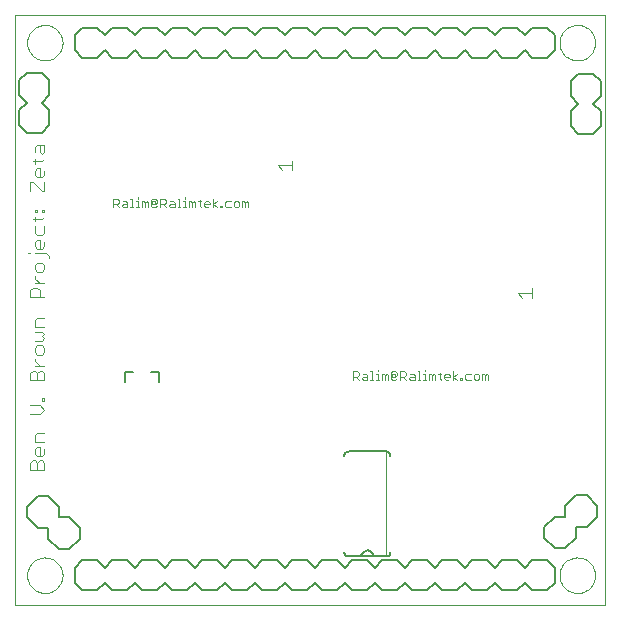
<source format=gto>
G75*
%MOIN*%
%OFA0B0*%
%FSLAX24Y24*%
%IPPOS*%
%LPD*%
%AMOC8*
5,1,8,0,0,1.08239X$1,22.5*
%
%ADD10C,0.0000*%
%ADD11C,0.0040*%
%ADD12C,0.0030*%
%ADD13C,0.0080*%
%ADD14C,0.0060*%
%ADD15C,0.0020*%
D10*
X000100Y000100D02*
X000100Y019785D01*
X019785Y019785D01*
X019785Y000100D01*
X000100Y000100D01*
X000509Y001100D02*
X000511Y001148D01*
X000517Y001196D01*
X000527Y001243D01*
X000540Y001289D01*
X000558Y001334D01*
X000578Y001378D01*
X000603Y001420D01*
X000631Y001459D01*
X000661Y001496D01*
X000695Y001530D01*
X000732Y001562D01*
X000770Y001591D01*
X000811Y001616D01*
X000854Y001638D01*
X000899Y001656D01*
X000945Y001670D01*
X000992Y001681D01*
X001040Y001688D01*
X001088Y001691D01*
X001136Y001690D01*
X001184Y001685D01*
X001232Y001676D01*
X001278Y001664D01*
X001323Y001647D01*
X001367Y001627D01*
X001409Y001604D01*
X001449Y001577D01*
X001487Y001547D01*
X001522Y001514D01*
X001554Y001478D01*
X001584Y001440D01*
X001610Y001399D01*
X001632Y001356D01*
X001652Y001312D01*
X001667Y001267D01*
X001679Y001220D01*
X001687Y001172D01*
X001691Y001124D01*
X001691Y001076D01*
X001687Y001028D01*
X001679Y000980D01*
X001667Y000933D01*
X001652Y000888D01*
X001632Y000844D01*
X001610Y000801D01*
X001584Y000760D01*
X001554Y000722D01*
X001522Y000686D01*
X001487Y000653D01*
X001449Y000623D01*
X001409Y000596D01*
X001367Y000573D01*
X001323Y000553D01*
X001278Y000536D01*
X001232Y000524D01*
X001184Y000515D01*
X001136Y000510D01*
X001088Y000509D01*
X001040Y000512D01*
X000992Y000519D01*
X000945Y000530D01*
X000899Y000544D01*
X000854Y000562D01*
X000811Y000584D01*
X000770Y000609D01*
X000732Y000638D01*
X000695Y000670D01*
X000661Y000704D01*
X000631Y000741D01*
X000603Y000780D01*
X000578Y000822D01*
X000558Y000866D01*
X000540Y000911D01*
X000527Y000957D01*
X000517Y001004D01*
X000511Y001052D01*
X000509Y001100D01*
X000509Y018850D02*
X000511Y018898D01*
X000517Y018946D01*
X000527Y018993D01*
X000540Y019039D01*
X000558Y019084D01*
X000578Y019128D01*
X000603Y019170D01*
X000631Y019209D01*
X000661Y019246D01*
X000695Y019280D01*
X000732Y019312D01*
X000770Y019341D01*
X000811Y019366D01*
X000854Y019388D01*
X000899Y019406D01*
X000945Y019420D01*
X000992Y019431D01*
X001040Y019438D01*
X001088Y019441D01*
X001136Y019440D01*
X001184Y019435D01*
X001232Y019426D01*
X001278Y019414D01*
X001323Y019397D01*
X001367Y019377D01*
X001409Y019354D01*
X001449Y019327D01*
X001487Y019297D01*
X001522Y019264D01*
X001554Y019228D01*
X001584Y019190D01*
X001610Y019149D01*
X001632Y019106D01*
X001652Y019062D01*
X001667Y019017D01*
X001679Y018970D01*
X001687Y018922D01*
X001691Y018874D01*
X001691Y018826D01*
X001687Y018778D01*
X001679Y018730D01*
X001667Y018683D01*
X001652Y018638D01*
X001632Y018594D01*
X001610Y018551D01*
X001584Y018510D01*
X001554Y018472D01*
X001522Y018436D01*
X001487Y018403D01*
X001449Y018373D01*
X001409Y018346D01*
X001367Y018323D01*
X001323Y018303D01*
X001278Y018286D01*
X001232Y018274D01*
X001184Y018265D01*
X001136Y018260D01*
X001088Y018259D01*
X001040Y018262D01*
X000992Y018269D01*
X000945Y018280D01*
X000899Y018294D01*
X000854Y018312D01*
X000811Y018334D01*
X000770Y018359D01*
X000732Y018388D01*
X000695Y018420D01*
X000661Y018454D01*
X000631Y018491D01*
X000603Y018530D01*
X000578Y018572D01*
X000558Y018616D01*
X000540Y018661D01*
X000527Y018707D01*
X000517Y018754D01*
X000511Y018802D01*
X000509Y018850D01*
X018259Y018850D02*
X018261Y018898D01*
X018267Y018946D01*
X018277Y018993D01*
X018290Y019039D01*
X018308Y019084D01*
X018328Y019128D01*
X018353Y019170D01*
X018381Y019209D01*
X018411Y019246D01*
X018445Y019280D01*
X018482Y019312D01*
X018520Y019341D01*
X018561Y019366D01*
X018604Y019388D01*
X018649Y019406D01*
X018695Y019420D01*
X018742Y019431D01*
X018790Y019438D01*
X018838Y019441D01*
X018886Y019440D01*
X018934Y019435D01*
X018982Y019426D01*
X019028Y019414D01*
X019073Y019397D01*
X019117Y019377D01*
X019159Y019354D01*
X019199Y019327D01*
X019237Y019297D01*
X019272Y019264D01*
X019304Y019228D01*
X019334Y019190D01*
X019360Y019149D01*
X019382Y019106D01*
X019402Y019062D01*
X019417Y019017D01*
X019429Y018970D01*
X019437Y018922D01*
X019441Y018874D01*
X019441Y018826D01*
X019437Y018778D01*
X019429Y018730D01*
X019417Y018683D01*
X019402Y018638D01*
X019382Y018594D01*
X019360Y018551D01*
X019334Y018510D01*
X019304Y018472D01*
X019272Y018436D01*
X019237Y018403D01*
X019199Y018373D01*
X019159Y018346D01*
X019117Y018323D01*
X019073Y018303D01*
X019028Y018286D01*
X018982Y018274D01*
X018934Y018265D01*
X018886Y018260D01*
X018838Y018259D01*
X018790Y018262D01*
X018742Y018269D01*
X018695Y018280D01*
X018649Y018294D01*
X018604Y018312D01*
X018561Y018334D01*
X018520Y018359D01*
X018482Y018388D01*
X018445Y018420D01*
X018411Y018454D01*
X018381Y018491D01*
X018353Y018530D01*
X018328Y018572D01*
X018308Y018616D01*
X018290Y018661D01*
X018277Y018707D01*
X018267Y018754D01*
X018261Y018802D01*
X018259Y018850D01*
X018259Y001100D02*
X018261Y001148D01*
X018267Y001196D01*
X018277Y001243D01*
X018290Y001289D01*
X018308Y001334D01*
X018328Y001378D01*
X018353Y001420D01*
X018381Y001459D01*
X018411Y001496D01*
X018445Y001530D01*
X018482Y001562D01*
X018520Y001591D01*
X018561Y001616D01*
X018604Y001638D01*
X018649Y001656D01*
X018695Y001670D01*
X018742Y001681D01*
X018790Y001688D01*
X018838Y001691D01*
X018886Y001690D01*
X018934Y001685D01*
X018982Y001676D01*
X019028Y001664D01*
X019073Y001647D01*
X019117Y001627D01*
X019159Y001604D01*
X019199Y001577D01*
X019237Y001547D01*
X019272Y001514D01*
X019304Y001478D01*
X019334Y001440D01*
X019360Y001399D01*
X019382Y001356D01*
X019402Y001312D01*
X019417Y001267D01*
X019429Y001220D01*
X019437Y001172D01*
X019441Y001124D01*
X019441Y001076D01*
X019437Y001028D01*
X019429Y000980D01*
X019417Y000933D01*
X019402Y000888D01*
X019382Y000844D01*
X019360Y000801D01*
X019334Y000760D01*
X019304Y000722D01*
X019272Y000686D01*
X019237Y000653D01*
X019199Y000623D01*
X019159Y000596D01*
X019117Y000573D01*
X019073Y000553D01*
X019028Y000536D01*
X018982Y000524D01*
X018934Y000515D01*
X018886Y000510D01*
X018838Y000509D01*
X018790Y000512D01*
X018742Y000519D01*
X018695Y000530D01*
X018649Y000544D01*
X018604Y000562D01*
X018561Y000584D01*
X018520Y000609D01*
X018482Y000638D01*
X018445Y000670D01*
X018411Y000704D01*
X018381Y000741D01*
X018353Y000780D01*
X018328Y000822D01*
X018308Y000866D01*
X018290Y000911D01*
X018277Y000957D01*
X018267Y001004D01*
X018261Y001052D01*
X018259Y001100D01*
D11*
X017330Y010356D02*
X017330Y010663D01*
X017330Y010510D02*
X016870Y010510D01*
X017023Y010356D01*
X009330Y014606D02*
X009330Y014913D01*
X009330Y014760D02*
X008870Y014760D01*
X009023Y014606D01*
X001233Y011751D02*
X001233Y011674D01*
X001233Y011751D02*
X001157Y011828D01*
X000773Y011828D01*
X000620Y011828D02*
X000543Y011828D01*
X000773Y012058D02*
X000773Y012212D01*
X000850Y012288D01*
X000927Y012288D01*
X000927Y011981D01*
X001003Y011981D02*
X000850Y011981D01*
X000773Y012058D01*
X001003Y011981D02*
X001080Y012058D01*
X001080Y012212D01*
X001003Y012442D02*
X000850Y012442D01*
X000773Y012518D01*
X000773Y012749D01*
X000773Y012902D02*
X000773Y013056D01*
X000696Y012979D02*
X001003Y012979D01*
X001080Y013056D01*
X001080Y013209D02*
X001003Y013209D01*
X001003Y013286D01*
X001080Y013286D01*
X001080Y013209D01*
X000850Y013209D02*
X000773Y013209D01*
X000773Y013286D01*
X000850Y013286D01*
X000850Y013209D01*
X001080Y012749D02*
X001080Y012518D01*
X001003Y012442D01*
X001003Y011521D02*
X000850Y011521D01*
X000773Y011444D01*
X000773Y011291D01*
X000850Y011214D01*
X001003Y011214D01*
X001080Y011291D01*
X001080Y011444D01*
X001003Y011521D01*
X000773Y011061D02*
X000773Y010984D01*
X000927Y010830D01*
X001080Y010830D02*
X000773Y010830D01*
X000696Y010677D02*
X000850Y010677D01*
X000927Y010600D01*
X000927Y010370D01*
X001080Y010370D02*
X000620Y010370D01*
X000620Y010600D01*
X000696Y010677D01*
X000850Y009684D02*
X000773Y009608D01*
X000773Y009377D01*
X001080Y009377D01*
X001003Y009224D02*
X000773Y009224D01*
X001003Y009224D02*
X001080Y009147D01*
X001003Y009070D01*
X001080Y008994D01*
X001003Y008917D01*
X000773Y008917D01*
X000850Y008764D02*
X000773Y008687D01*
X000773Y008533D01*
X000850Y008457D01*
X001003Y008457D01*
X001080Y008533D01*
X001080Y008687D01*
X001003Y008764D01*
X000850Y008764D01*
X000773Y008303D02*
X000773Y008226D01*
X000927Y008073D01*
X001080Y008073D02*
X000773Y008073D01*
X000773Y007919D02*
X000850Y007843D01*
X000850Y007613D01*
X000850Y007843D02*
X000927Y007919D01*
X001003Y007919D01*
X001080Y007843D01*
X001080Y007613D01*
X000620Y007613D01*
X000620Y007843D01*
X000696Y007919D01*
X000773Y007919D01*
X001003Y006999D02*
X001080Y006999D01*
X001080Y006922D01*
X001003Y006922D01*
X001003Y006999D01*
X000927Y006768D02*
X000620Y006768D01*
X000927Y006768D02*
X001080Y006615D01*
X000927Y006462D01*
X000620Y006462D01*
X000850Y005848D02*
X000773Y005771D01*
X000773Y005541D01*
X001080Y005541D01*
X000927Y005387D02*
X000927Y005080D01*
X001003Y005080D02*
X000850Y005080D01*
X000773Y005157D01*
X000773Y005311D01*
X000850Y005387D01*
X000927Y005387D01*
X001080Y005311D02*
X001080Y005157D01*
X001003Y005080D01*
X001003Y004927D02*
X000927Y004927D01*
X000850Y004850D01*
X000850Y004620D01*
X001080Y004620D02*
X001080Y004850D01*
X001003Y004927D01*
X000850Y004850D02*
X000773Y004927D01*
X000696Y004927D01*
X000620Y004850D01*
X000620Y004620D01*
X001080Y004620D01*
X001080Y005848D02*
X000850Y005848D01*
X000850Y009684D02*
X001080Y009684D01*
X001080Y013900D02*
X001080Y014207D01*
X001003Y014360D02*
X000850Y014360D01*
X000773Y014437D01*
X000773Y014590D01*
X000850Y014667D01*
X000927Y014667D01*
X000927Y014360D01*
X001003Y014360D02*
X001080Y014437D01*
X001080Y014590D01*
X001003Y014897D02*
X001080Y014974D01*
X001003Y014897D02*
X000696Y014897D01*
X000773Y014820D02*
X000773Y014974D01*
X000773Y015204D02*
X000773Y015358D01*
X000850Y015434D01*
X001080Y015434D01*
X001080Y015204D01*
X001003Y015127D01*
X000927Y015204D01*
X000927Y015434D01*
X000696Y014207D02*
X001003Y013900D01*
X001080Y013900D01*
X000620Y013900D02*
X000620Y014207D01*
X000696Y014207D01*
D12*
X003365Y013655D02*
X003365Y013365D01*
X003365Y013462D02*
X003510Y013462D01*
X003558Y013510D01*
X003558Y013607D01*
X003510Y013655D01*
X003365Y013655D01*
X003462Y013462D02*
X003558Y013365D01*
X003660Y013413D02*
X003708Y013462D01*
X003853Y013462D01*
X003853Y013510D02*
X003853Y013365D01*
X003708Y013365D01*
X003660Y013413D01*
X003708Y013558D02*
X003805Y013558D01*
X003853Y013510D01*
X003954Y013365D02*
X004051Y013365D01*
X004003Y013365D02*
X004003Y013655D01*
X003954Y013655D01*
X004151Y013558D02*
X004199Y013558D01*
X004199Y013365D01*
X004151Y013365D02*
X004247Y013365D01*
X004347Y013365D02*
X004347Y013558D01*
X004396Y013558D01*
X004444Y013510D01*
X004492Y013558D01*
X004541Y013510D01*
X004541Y013365D01*
X004444Y013365D02*
X004444Y013510D01*
X004642Y013413D02*
X004642Y013607D01*
X004690Y013655D01*
X004787Y013655D01*
X004835Y013607D01*
X004835Y013510D01*
X004787Y013462D01*
X004787Y013558D01*
X004690Y013558D01*
X004690Y013462D01*
X004787Y013462D01*
X004835Y013413D02*
X004787Y013365D01*
X004690Y013365D01*
X004642Y013413D01*
X004936Y013365D02*
X004936Y013655D01*
X005082Y013655D01*
X005130Y013607D01*
X005130Y013510D01*
X005082Y013462D01*
X004936Y013462D01*
X005033Y013462D02*
X005130Y013365D01*
X005231Y013413D02*
X005280Y013462D01*
X005425Y013462D01*
X005425Y013510D02*
X005425Y013365D01*
X005280Y013365D01*
X005231Y013413D01*
X005280Y013558D02*
X005376Y013558D01*
X005425Y013510D01*
X005526Y013365D02*
X005623Y013365D01*
X005574Y013365D02*
X005574Y013655D01*
X005526Y013655D01*
X005722Y013558D02*
X005771Y013558D01*
X005771Y013365D01*
X005819Y013365D02*
X005722Y013365D01*
X005919Y013365D02*
X005919Y013558D01*
X005967Y013558D01*
X006015Y013510D01*
X006064Y013558D01*
X006112Y013510D01*
X006112Y013365D01*
X006015Y013365D02*
X006015Y013510D01*
X006213Y013558D02*
X006310Y013558D01*
X006262Y013607D02*
X006262Y013413D01*
X006310Y013365D01*
X006410Y013413D02*
X006410Y013510D01*
X006458Y013558D01*
X006555Y013558D01*
X006603Y013510D01*
X006603Y013462D01*
X006410Y013462D01*
X006410Y013413D02*
X006458Y013365D01*
X006555Y013365D01*
X006704Y013365D02*
X006704Y013655D01*
X006850Y013558D02*
X006704Y013462D01*
X006850Y013365D01*
X006950Y013365D02*
X006998Y013365D01*
X006998Y013413D01*
X006950Y013413D01*
X006950Y013365D01*
X007097Y013413D02*
X007146Y013365D01*
X007291Y013365D01*
X007392Y013413D02*
X007440Y013365D01*
X007537Y013365D01*
X007585Y013413D01*
X007585Y013510D01*
X007537Y013558D01*
X007440Y013558D01*
X007392Y013510D01*
X007392Y013413D01*
X007291Y013558D02*
X007146Y013558D01*
X007097Y013510D01*
X007097Y013413D01*
X007687Y013365D02*
X007687Y013558D01*
X007735Y013558D01*
X007783Y013510D01*
X007832Y013558D01*
X007880Y013510D01*
X007880Y013365D01*
X007783Y013365D02*
X007783Y013510D01*
X005771Y013655D02*
X005771Y013704D01*
X004199Y013704D02*
X004199Y013655D01*
X011365Y007905D02*
X011365Y007615D01*
X011365Y007712D02*
X011510Y007712D01*
X011558Y007760D01*
X011558Y007857D01*
X011510Y007905D01*
X011365Y007905D01*
X011462Y007712D02*
X011558Y007615D01*
X011660Y007663D02*
X011708Y007712D01*
X011853Y007712D01*
X011853Y007760D02*
X011853Y007615D01*
X011708Y007615D01*
X011660Y007663D01*
X011708Y007808D02*
X011805Y007808D01*
X011853Y007760D01*
X011954Y007615D02*
X012051Y007615D01*
X012003Y007615D02*
X012003Y007905D01*
X011954Y007905D01*
X012151Y007808D02*
X012199Y007808D01*
X012199Y007615D01*
X012151Y007615D02*
X012247Y007615D01*
X012347Y007615D02*
X012347Y007808D01*
X012396Y007808D01*
X012444Y007760D01*
X012492Y007808D01*
X012541Y007760D01*
X012541Y007615D01*
X012444Y007615D02*
X012444Y007760D01*
X012642Y007663D02*
X012642Y007857D01*
X012690Y007905D01*
X012787Y007905D01*
X012835Y007857D01*
X012835Y007760D01*
X012787Y007712D01*
X012787Y007808D01*
X012690Y007808D01*
X012690Y007712D01*
X012787Y007712D01*
X012835Y007663D02*
X012787Y007615D01*
X012690Y007615D01*
X012642Y007663D01*
X012936Y007615D02*
X012936Y007905D01*
X013082Y007905D01*
X013130Y007857D01*
X013130Y007760D01*
X013082Y007712D01*
X012936Y007712D01*
X013033Y007712D02*
X013130Y007615D01*
X013231Y007663D02*
X013280Y007712D01*
X013425Y007712D01*
X013425Y007760D02*
X013425Y007615D01*
X013280Y007615D01*
X013231Y007663D01*
X013280Y007808D02*
X013376Y007808D01*
X013425Y007760D01*
X013526Y007615D02*
X013623Y007615D01*
X013574Y007615D02*
X013574Y007905D01*
X013526Y007905D01*
X013722Y007808D02*
X013771Y007808D01*
X013771Y007615D01*
X013819Y007615D02*
X013722Y007615D01*
X013919Y007615D02*
X013919Y007808D01*
X013967Y007808D01*
X014015Y007760D01*
X014064Y007808D01*
X014112Y007760D01*
X014112Y007615D01*
X014015Y007615D02*
X014015Y007760D01*
X014213Y007808D02*
X014310Y007808D01*
X014262Y007857D02*
X014262Y007663D01*
X014310Y007615D01*
X014410Y007663D02*
X014410Y007760D01*
X014458Y007808D01*
X014555Y007808D01*
X014603Y007760D01*
X014603Y007712D01*
X014410Y007712D01*
X014410Y007663D02*
X014458Y007615D01*
X014555Y007615D01*
X014704Y007615D02*
X014704Y007905D01*
X014850Y007808D02*
X014704Y007712D01*
X014850Y007615D01*
X014950Y007615D02*
X014998Y007615D01*
X014998Y007663D01*
X014950Y007663D01*
X014950Y007615D01*
X015097Y007663D02*
X015146Y007615D01*
X015291Y007615D01*
X015392Y007663D02*
X015392Y007760D01*
X015440Y007808D01*
X015537Y007808D01*
X015585Y007760D01*
X015585Y007663D01*
X015537Y007615D01*
X015440Y007615D01*
X015392Y007663D01*
X015291Y007808D02*
X015146Y007808D01*
X015097Y007760D01*
X015097Y007663D01*
X015687Y007615D02*
X015687Y007808D01*
X015735Y007808D01*
X015783Y007760D01*
X015832Y007808D01*
X015880Y007760D01*
X015880Y007615D01*
X015783Y007615D02*
X015783Y007760D01*
X013771Y007905D02*
X013771Y007954D01*
X012199Y007954D02*
X012199Y007905D01*
D13*
X017746Y002704D02*
X017746Y002350D01*
X018100Y001996D01*
X018454Y001996D01*
X018807Y002350D01*
X018807Y002704D01*
X019161Y002704D01*
X019514Y003057D01*
X019514Y003411D01*
X019161Y003764D01*
X018807Y003764D01*
X018454Y003411D01*
X018454Y003057D01*
X018100Y003057D01*
X017746Y002704D01*
X017850Y001600D02*
X017350Y001600D01*
X017100Y001350D01*
X016850Y001600D01*
X016350Y001600D01*
X016100Y001350D01*
X015850Y001600D01*
X015350Y001600D01*
X015100Y001350D01*
X014850Y001600D01*
X014350Y001600D01*
X014100Y001350D01*
X013850Y001600D01*
X013350Y001600D01*
X013100Y001350D01*
X012850Y001600D01*
X012350Y001600D01*
X012100Y001350D01*
X011850Y001600D01*
X011350Y001600D01*
X011100Y001350D01*
X010850Y001600D01*
X010350Y001600D01*
X010100Y001350D01*
X009850Y001600D01*
X009350Y001600D01*
X009100Y001350D01*
X008850Y001600D01*
X008350Y001600D01*
X008100Y001350D01*
X007850Y001600D01*
X007350Y001600D01*
X007100Y001350D01*
X006850Y001600D01*
X006350Y001600D01*
X006100Y001350D01*
X005850Y001600D01*
X005350Y001600D01*
X005100Y001350D01*
X004850Y001600D01*
X004350Y001600D01*
X004100Y001350D01*
X003850Y001600D01*
X003350Y001600D01*
X003100Y001350D01*
X002850Y001600D01*
X002350Y001600D01*
X002100Y001350D01*
X002100Y000850D01*
X002350Y000600D01*
X002850Y000600D01*
X003100Y000850D01*
X003350Y000600D01*
X003850Y000600D01*
X004100Y000850D01*
X004350Y000600D01*
X004850Y000600D01*
X005100Y000850D01*
X005350Y000600D01*
X005850Y000600D01*
X006100Y000850D01*
X006350Y000600D01*
X006850Y000600D01*
X007100Y000850D01*
X007350Y000600D01*
X007850Y000600D01*
X008100Y000850D01*
X008350Y000600D01*
X008850Y000600D01*
X009100Y000850D01*
X009350Y000600D01*
X009850Y000600D01*
X010100Y000850D01*
X010350Y000600D01*
X010850Y000600D01*
X011100Y000850D01*
X011350Y000600D01*
X011850Y000600D01*
X012100Y000850D01*
X012350Y000600D01*
X012850Y000600D01*
X013100Y000850D01*
X013350Y000600D01*
X013850Y000600D01*
X014100Y000850D01*
X014350Y000600D01*
X014850Y000600D01*
X015100Y000850D01*
X015350Y000600D01*
X015850Y000600D01*
X016100Y000850D01*
X016350Y000600D01*
X016850Y000600D01*
X017100Y000850D01*
X017350Y000600D01*
X017850Y000600D01*
X018100Y000850D01*
X018100Y001350D01*
X017850Y001600D01*
X018100Y001350D02*
X018100Y000850D01*
X004910Y007540D02*
X004910Y007860D01*
X004651Y007860D01*
X004049Y007860D02*
X003790Y007860D01*
X003790Y007540D01*
X001216Y003734D02*
X000863Y003734D01*
X000509Y003380D01*
X000509Y003027D01*
X000863Y002673D01*
X001216Y002673D01*
X001216Y002320D01*
X001570Y001966D01*
X001923Y001966D01*
X002277Y002320D01*
X002277Y002673D01*
X001923Y003027D01*
X001570Y003027D01*
X001570Y003380D01*
X001216Y003734D01*
X002100Y001350D02*
X002100Y000850D01*
X000996Y015850D02*
X000496Y015850D01*
X000246Y016100D01*
X000246Y016600D01*
X000496Y016850D01*
X000246Y017100D01*
X000246Y017600D01*
X000496Y017850D01*
X000996Y017850D01*
X001246Y017600D01*
X001246Y017100D01*
X000996Y016850D01*
X001246Y016600D01*
X001246Y016100D01*
X000996Y015850D01*
X002350Y018350D02*
X002850Y018350D01*
X003100Y018600D01*
X003350Y018350D01*
X003850Y018350D01*
X004100Y018600D01*
X004350Y018350D01*
X004850Y018350D01*
X005100Y018600D01*
X005350Y018350D01*
X005850Y018350D01*
X006100Y018600D01*
X006350Y018350D01*
X006850Y018350D01*
X007100Y018600D01*
X007350Y018350D01*
X007850Y018350D01*
X008100Y018600D01*
X008350Y018350D01*
X008850Y018350D01*
X009100Y018600D01*
X009350Y018350D01*
X009850Y018350D01*
X010100Y018600D01*
X010350Y018350D01*
X010850Y018350D01*
X011100Y018600D01*
X011350Y018350D01*
X011850Y018350D01*
X012100Y018600D01*
X012350Y018350D01*
X012850Y018350D01*
X013100Y018600D01*
X013350Y018350D01*
X013850Y018350D01*
X014100Y018600D01*
X014350Y018350D01*
X014850Y018350D01*
X015100Y018600D01*
X015350Y018350D01*
X015850Y018350D01*
X016100Y018600D01*
X016350Y018350D01*
X016850Y018350D01*
X017100Y018600D01*
X017350Y018350D01*
X017850Y018350D01*
X018100Y018600D01*
X018100Y019100D01*
X017850Y019350D01*
X017350Y019350D01*
X017100Y019100D01*
X016850Y019350D01*
X016350Y019350D01*
X016100Y019100D01*
X015850Y019350D01*
X015350Y019350D01*
X015100Y019100D01*
X014850Y019350D01*
X014350Y019350D01*
X014100Y019100D01*
X013850Y019350D01*
X013350Y019350D01*
X013100Y019100D01*
X012850Y019350D01*
X012350Y019350D01*
X012100Y019100D01*
X011850Y019350D01*
X011350Y019350D01*
X011100Y019100D01*
X010850Y019350D01*
X010350Y019350D01*
X010100Y019100D01*
X009850Y019350D01*
X009350Y019350D01*
X009100Y019100D01*
X008850Y019350D01*
X008350Y019350D01*
X008100Y019100D01*
X007850Y019350D01*
X007350Y019350D01*
X007100Y019100D01*
X006850Y019350D01*
X006350Y019350D01*
X006100Y019100D01*
X005850Y019350D01*
X005350Y019350D01*
X005100Y019100D01*
X004850Y019350D01*
X004350Y019350D01*
X004100Y019100D01*
X003850Y019350D01*
X003350Y019350D01*
X003100Y019100D01*
X002850Y019350D01*
X002350Y019350D01*
X002100Y019100D01*
X002100Y018600D01*
X002350Y018350D01*
X002100Y018600D02*
X002100Y019100D01*
X018100Y019100D02*
X018100Y018600D01*
X018880Y017820D02*
X019380Y017820D01*
X019630Y017570D01*
X019630Y017070D01*
X019380Y016820D01*
X019630Y016570D01*
X019630Y016070D01*
X019380Y015820D01*
X018880Y015820D01*
X018630Y016070D01*
X018630Y016570D01*
X018880Y016820D01*
X018630Y017070D01*
X018630Y017570D01*
X018880Y017820D01*
D14*
X012470Y005225D02*
X011230Y005225D01*
X011207Y005223D01*
X011184Y005218D01*
X011162Y005209D01*
X011142Y005196D01*
X011124Y005181D01*
X011109Y005163D01*
X011096Y005143D01*
X011087Y005121D01*
X011082Y005098D01*
X011080Y005075D01*
X012470Y005225D02*
X012493Y005223D01*
X012516Y005218D01*
X012538Y005209D01*
X012558Y005196D01*
X012576Y005181D01*
X012591Y005163D01*
X012604Y005143D01*
X012613Y005121D01*
X012618Y005098D01*
X012620Y005075D01*
X012620Y001875D02*
X012618Y001852D01*
X012613Y001829D01*
X012604Y001807D01*
X012591Y001787D01*
X012576Y001769D01*
X012558Y001754D01*
X012538Y001741D01*
X012516Y001732D01*
X012493Y001727D01*
X012470Y001725D01*
X012050Y001725D01*
X011650Y001725D01*
X011230Y001725D01*
X011207Y001727D01*
X011184Y001732D01*
X011162Y001741D01*
X011142Y001754D01*
X011124Y001769D01*
X011109Y001787D01*
X011096Y001807D01*
X011087Y001829D01*
X011082Y001852D01*
X011080Y001875D01*
X011650Y001725D02*
X011652Y001752D01*
X011657Y001779D01*
X011667Y001805D01*
X011679Y001829D01*
X011695Y001851D01*
X011713Y001871D01*
X011735Y001888D01*
X011758Y001903D01*
X011783Y001913D01*
X011809Y001921D01*
X011836Y001925D01*
X011864Y001925D01*
X011891Y001921D01*
X011917Y001913D01*
X011942Y001903D01*
X011965Y001888D01*
X011987Y001871D01*
X012005Y001851D01*
X012021Y001829D01*
X012033Y001805D01*
X012043Y001779D01*
X012048Y001752D01*
X012050Y001725D01*
D15*
X012480Y001725D02*
X012480Y005225D01*
M02*

</source>
